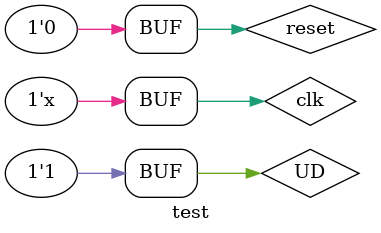
<source format=v>
`timescale 1ns / 1ps


module test;

	// Inputs
	reg reset;
	reg clk;
	reg UD;

	// Outputs
	wire [7:0] q;

	// Instantiate the Unit Under Test (UUT)
	topmodule uut (
		.reset(reset), 
		.clk(clk), 
		.UD(UD), 
		.q(q)
	);

initial begin
		// Initialize Inputs
		reset = 0;
		#100;
		
		reset = 1;
		#100;
		
		reset = 0;
		#100;
		clk = 0;
		
		UD = 0;
		#10000;
		
		UD = 1;
		#10000;
		
		UD = 0;
		#10000;
		
		UD = 1;
		#10000;
		
		UD = 0;
		#10000;
		
		UD = 1;
		#10000;
		
		UD = 0;
		#10000;
		
		UD = 1;
		#10000;
		
		UD = 0;
		#100000000;
		
		reset = 1;
		#100000;
		reset = 0;
		#100000;
		
		UD = 0;
		#100000000;
		
		UD = 0;
		#10000;
		
		UD = 1;
		#10000;
		
		UD = 0;
		#10000;
		
		UD = 1;
		#10000;
		
		UD = 0;
		#10000;
		
		UD = 1;
		#10000;
		
		UD = 0;
		#10000;
		
		UD = 1;
		#10000;
		
		UD = 0;
		#10000;
		
		UD = 1;
		#10000;
		
		UD = 0;
		#10000;
		
		UD = 1;
		#10000;
		
		UD = 1;
		#200000000;
	end always begin #10; clk = ~clk; 
      end
endmodule


</source>
